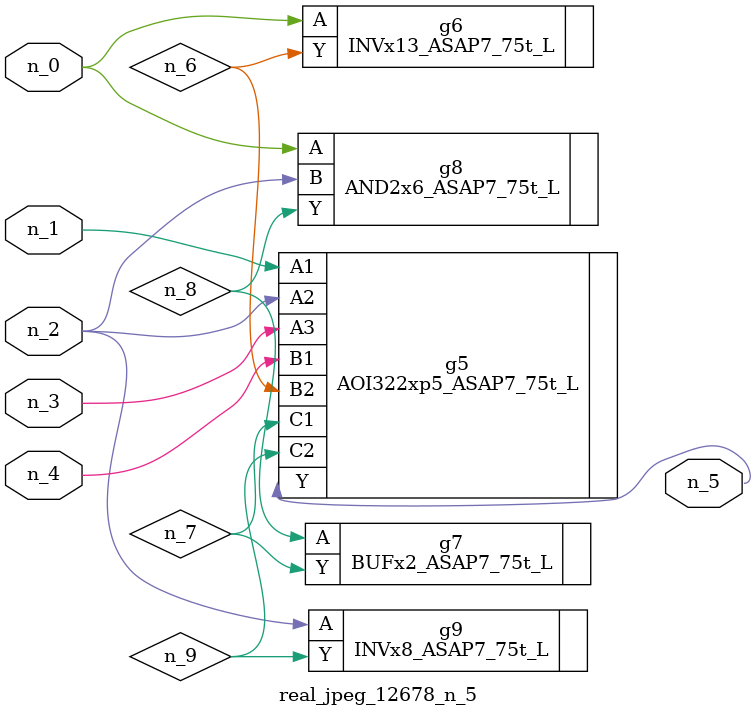
<source format=v>
module real_jpeg_12678_n_5 (n_4, n_0, n_1, n_2, n_3, n_5);

input n_4;
input n_0;
input n_1;
input n_2;
input n_3;

output n_5;

wire n_8;
wire n_6;
wire n_7;
wire n_9;

INVx13_ASAP7_75t_L g6 ( 
.A(n_0),
.Y(n_6)
);

AND2x6_ASAP7_75t_L g8 ( 
.A(n_0),
.B(n_2),
.Y(n_8)
);

AOI322xp5_ASAP7_75t_L g5 ( 
.A1(n_1),
.A2(n_2),
.A3(n_3),
.B1(n_4),
.B2(n_6),
.C1(n_7),
.C2(n_9),
.Y(n_5)
);

INVx8_ASAP7_75t_L g9 ( 
.A(n_2),
.Y(n_9)
);

BUFx2_ASAP7_75t_L g7 ( 
.A(n_8),
.Y(n_7)
);


endmodule
</source>
